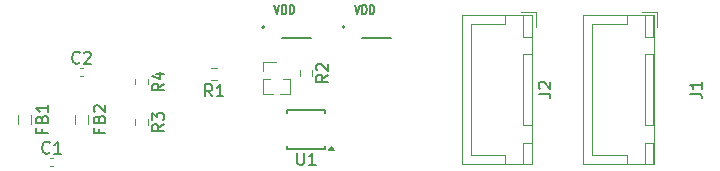
<source format=gbr>
%TF.GenerationSoftware,KiCad,Pcbnew,8.0.1*%
%TF.CreationDate,2024-03-19T15:30:12+01:00*%
%TF.ProjectId,lang1,6c616e67-312e-46b6-9963-61645f706362,rev?*%
%TF.SameCoordinates,Original*%
%TF.FileFunction,Legend,Top*%
%TF.FilePolarity,Positive*%
%FSLAX46Y46*%
G04 Gerber Fmt 4.6, Leading zero omitted, Abs format (unit mm)*
G04 Created by KiCad (PCBNEW 8.0.1) date 2024-03-19 15:30:12*
%MOMM*%
%LPD*%
G01*
G04 APERTURE LIST*
%ADD10C,0.150000*%
%ADD11C,0.120000*%
%ADD12C,0.127000*%
%ADD13C,0.200000*%
G04 APERTURE END LIST*
D10*
X108161009Y-63095833D02*
X108161009Y-63429166D01*
X108684819Y-63429166D02*
X107684819Y-63429166D01*
X107684819Y-63429166D02*
X107684819Y-62952976D01*
X108161009Y-62238690D02*
X108208628Y-62095833D01*
X108208628Y-62095833D02*
X108256247Y-62048214D01*
X108256247Y-62048214D02*
X108351485Y-62000595D01*
X108351485Y-62000595D02*
X108494342Y-62000595D01*
X108494342Y-62000595D02*
X108589580Y-62048214D01*
X108589580Y-62048214D02*
X108637200Y-62095833D01*
X108637200Y-62095833D02*
X108684819Y-62191071D01*
X108684819Y-62191071D02*
X108684819Y-62572023D01*
X108684819Y-62572023D02*
X107684819Y-62572023D01*
X107684819Y-62572023D02*
X107684819Y-62238690D01*
X107684819Y-62238690D02*
X107732438Y-62143452D01*
X107732438Y-62143452D02*
X107780057Y-62095833D01*
X107780057Y-62095833D02*
X107875295Y-62048214D01*
X107875295Y-62048214D02*
X107970533Y-62048214D01*
X107970533Y-62048214D02*
X108065771Y-62095833D01*
X108065771Y-62095833D02*
X108113390Y-62143452D01*
X108113390Y-62143452D02*
X108161009Y-62238690D01*
X108161009Y-62238690D02*
X108161009Y-62572023D01*
X108684819Y-61048214D02*
X108684819Y-61619642D01*
X108684819Y-61333928D02*
X107684819Y-61333928D01*
X107684819Y-61333928D02*
X107827676Y-61429166D01*
X107827676Y-61429166D02*
X107922914Y-61524404D01*
X107922914Y-61524404D02*
X107970533Y-61619642D01*
X134644667Y-52535895D02*
X134858000Y-53335895D01*
X134858000Y-53335895D02*
X135071334Y-52535895D01*
X135284666Y-53335895D02*
X135284666Y-52535895D01*
X135284666Y-52535895D02*
X135437047Y-52535895D01*
X135437047Y-52535895D02*
X135528476Y-52573990D01*
X135528476Y-52573990D02*
X135589428Y-52650180D01*
X135589428Y-52650180D02*
X135619905Y-52726371D01*
X135619905Y-52726371D02*
X135650381Y-52878752D01*
X135650381Y-52878752D02*
X135650381Y-52993038D01*
X135650381Y-52993038D02*
X135619905Y-53145419D01*
X135619905Y-53145419D02*
X135589428Y-53221609D01*
X135589428Y-53221609D02*
X135528476Y-53297800D01*
X135528476Y-53297800D02*
X135437047Y-53335895D01*
X135437047Y-53335895D02*
X135284666Y-53335895D01*
X135924666Y-53335895D02*
X135924666Y-52535895D01*
X135924666Y-52535895D02*
X136077047Y-52535895D01*
X136077047Y-52535895D02*
X136168476Y-52573990D01*
X136168476Y-52573990D02*
X136229428Y-52650180D01*
X136229428Y-52650180D02*
X136259905Y-52726371D01*
X136259905Y-52726371D02*
X136290381Y-52878752D01*
X136290381Y-52878752D02*
X136290381Y-52993038D01*
X136290381Y-52993038D02*
X136259905Y-53145419D01*
X136259905Y-53145419D02*
X136229428Y-53221609D01*
X136229428Y-53221609D02*
X136168476Y-53297800D01*
X136168476Y-53297800D02*
X136077047Y-53335895D01*
X136077047Y-53335895D02*
X135924666Y-53335895D01*
X132377304Y-58487345D02*
X131901113Y-58820678D01*
X132377304Y-59058773D02*
X131377304Y-59058773D01*
X131377304Y-59058773D02*
X131377304Y-58677821D01*
X131377304Y-58677821D02*
X131424923Y-58582583D01*
X131424923Y-58582583D02*
X131472542Y-58534964D01*
X131472542Y-58534964D02*
X131567780Y-58487345D01*
X131567780Y-58487345D02*
X131710637Y-58487345D01*
X131710637Y-58487345D02*
X131805875Y-58534964D01*
X131805875Y-58534964D02*
X131853494Y-58582583D01*
X131853494Y-58582583D02*
X131901113Y-58677821D01*
X131901113Y-58677821D02*
X131901113Y-59058773D01*
X131472542Y-58106392D02*
X131424923Y-58058773D01*
X131424923Y-58058773D02*
X131377304Y-57963535D01*
X131377304Y-57963535D02*
X131377304Y-57725440D01*
X131377304Y-57725440D02*
X131424923Y-57630202D01*
X131424923Y-57630202D02*
X131472542Y-57582583D01*
X131472542Y-57582583D02*
X131567780Y-57534964D01*
X131567780Y-57534964D02*
X131663018Y-57534964D01*
X131663018Y-57534964D02*
X131805875Y-57582583D01*
X131805875Y-57582583D02*
X132377304Y-58154011D01*
X132377304Y-58154011D02*
X132377304Y-57534964D01*
X111353333Y-57444580D02*
X111305714Y-57492200D01*
X111305714Y-57492200D02*
X111162857Y-57539819D01*
X111162857Y-57539819D02*
X111067619Y-57539819D01*
X111067619Y-57539819D02*
X110924762Y-57492200D01*
X110924762Y-57492200D02*
X110829524Y-57396961D01*
X110829524Y-57396961D02*
X110781905Y-57301723D01*
X110781905Y-57301723D02*
X110734286Y-57111247D01*
X110734286Y-57111247D02*
X110734286Y-56968390D01*
X110734286Y-56968390D02*
X110781905Y-56777914D01*
X110781905Y-56777914D02*
X110829524Y-56682676D01*
X110829524Y-56682676D02*
X110924762Y-56587438D01*
X110924762Y-56587438D02*
X111067619Y-56539819D01*
X111067619Y-56539819D02*
X111162857Y-56539819D01*
X111162857Y-56539819D02*
X111305714Y-56587438D01*
X111305714Y-56587438D02*
X111353333Y-56635057D01*
X111734286Y-56635057D02*
X111781905Y-56587438D01*
X111781905Y-56587438D02*
X111877143Y-56539819D01*
X111877143Y-56539819D02*
X112115238Y-56539819D01*
X112115238Y-56539819D02*
X112210476Y-56587438D01*
X112210476Y-56587438D02*
X112258095Y-56635057D01*
X112258095Y-56635057D02*
X112305714Y-56730295D01*
X112305714Y-56730295D02*
X112305714Y-56825533D01*
X112305714Y-56825533D02*
X112258095Y-56968390D01*
X112258095Y-56968390D02*
X111686667Y-57539819D01*
X111686667Y-57539819D02*
X112305714Y-57539819D01*
X113001009Y-63095833D02*
X113001009Y-63429166D01*
X113524819Y-63429166D02*
X112524819Y-63429166D01*
X112524819Y-63429166D02*
X112524819Y-62952976D01*
X113001009Y-62238690D02*
X113048628Y-62095833D01*
X113048628Y-62095833D02*
X113096247Y-62048214D01*
X113096247Y-62048214D02*
X113191485Y-62000595D01*
X113191485Y-62000595D02*
X113334342Y-62000595D01*
X113334342Y-62000595D02*
X113429580Y-62048214D01*
X113429580Y-62048214D02*
X113477200Y-62095833D01*
X113477200Y-62095833D02*
X113524819Y-62191071D01*
X113524819Y-62191071D02*
X113524819Y-62572023D01*
X113524819Y-62572023D02*
X112524819Y-62572023D01*
X112524819Y-62572023D02*
X112524819Y-62238690D01*
X112524819Y-62238690D02*
X112572438Y-62143452D01*
X112572438Y-62143452D02*
X112620057Y-62095833D01*
X112620057Y-62095833D02*
X112715295Y-62048214D01*
X112715295Y-62048214D02*
X112810533Y-62048214D01*
X112810533Y-62048214D02*
X112905771Y-62095833D01*
X112905771Y-62095833D02*
X112953390Y-62143452D01*
X112953390Y-62143452D02*
X113001009Y-62238690D01*
X113001009Y-62238690D02*
X113001009Y-62572023D01*
X112620057Y-61619642D02*
X112572438Y-61572023D01*
X112572438Y-61572023D02*
X112524819Y-61476785D01*
X112524819Y-61476785D02*
X112524819Y-61238690D01*
X112524819Y-61238690D02*
X112572438Y-61143452D01*
X112572438Y-61143452D02*
X112620057Y-61095833D01*
X112620057Y-61095833D02*
X112715295Y-61048214D01*
X112715295Y-61048214D02*
X112810533Y-61048214D01*
X112810533Y-61048214D02*
X112953390Y-61095833D01*
X112953390Y-61095833D02*
X113524819Y-61667261D01*
X113524819Y-61667261D02*
X113524819Y-61048214D01*
X129778095Y-65114819D02*
X129778095Y-65924342D01*
X129778095Y-65924342D02*
X129825714Y-66019580D01*
X129825714Y-66019580D02*
X129873333Y-66067200D01*
X129873333Y-66067200D02*
X129968571Y-66114819D01*
X129968571Y-66114819D02*
X130159047Y-66114819D01*
X130159047Y-66114819D02*
X130254285Y-66067200D01*
X130254285Y-66067200D02*
X130301904Y-66019580D01*
X130301904Y-66019580D02*
X130349523Y-65924342D01*
X130349523Y-65924342D02*
X130349523Y-65114819D01*
X131349523Y-66114819D02*
X130778095Y-66114819D01*
X131063809Y-66114819D02*
X131063809Y-65114819D01*
X131063809Y-65114819D02*
X130968571Y-65257676D01*
X130968571Y-65257676D02*
X130873333Y-65352914D01*
X130873333Y-65352914D02*
X130778095Y-65400533D01*
X122578333Y-60304819D02*
X122245000Y-59828628D01*
X122006905Y-60304819D02*
X122006905Y-59304819D01*
X122006905Y-59304819D02*
X122387857Y-59304819D01*
X122387857Y-59304819D02*
X122483095Y-59352438D01*
X122483095Y-59352438D02*
X122530714Y-59400057D01*
X122530714Y-59400057D02*
X122578333Y-59495295D01*
X122578333Y-59495295D02*
X122578333Y-59638152D01*
X122578333Y-59638152D02*
X122530714Y-59733390D01*
X122530714Y-59733390D02*
X122483095Y-59781009D01*
X122483095Y-59781009D02*
X122387857Y-59828628D01*
X122387857Y-59828628D02*
X122006905Y-59828628D01*
X123530714Y-60304819D02*
X122959286Y-60304819D01*
X123245000Y-60304819D02*
X123245000Y-59304819D01*
X123245000Y-59304819D02*
X123149762Y-59447676D01*
X123149762Y-59447676D02*
X123054524Y-59542914D01*
X123054524Y-59542914D02*
X122959286Y-59590533D01*
X108813333Y-65064580D02*
X108765714Y-65112200D01*
X108765714Y-65112200D02*
X108622857Y-65159819D01*
X108622857Y-65159819D02*
X108527619Y-65159819D01*
X108527619Y-65159819D02*
X108384762Y-65112200D01*
X108384762Y-65112200D02*
X108289524Y-65016961D01*
X108289524Y-65016961D02*
X108241905Y-64921723D01*
X108241905Y-64921723D02*
X108194286Y-64731247D01*
X108194286Y-64731247D02*
X108194286Y-64588390D01*
X108194286Y-64588390D02*
X108241905Y-64397914D01*
X108241905Y-64397914D02*
X108289524Y-64302676D01*
X108289524Y-64302676D02*
X108384762Y-64207438D01*
X108384762Y-64207438D02*
X108527619Y-64159819D01*
X108527619Y-64159819D02*
X108622857Y-64159819D01*
X108622857Y-64159819D02*
X108765714Y-64207438D01*
X108765714Y-64207438D02*
X108813333Y-64255057D01*
X109765714Y-65159819D02*
X109194286Y-65159819D01*
X109480000Y-65159819D02*
X109480000Y-64159819D01*
X109480000Y-64159819D02*
X109384762Y-64302676D01*
X109384762Y-64302676D02*
X109289524Y-64397914D01*
X109289524Y-64397914D02*
X109194286Y-64445533D01*
X118484819Y-62666666D02*
X118008628Y-62999999D01*
X118484819Y-63238094D02*
X117484819Y-63238094D01*
X117484819Y-63238094D02*
X117484819Y-62857142D01*
X117484819Y-62857142D02*
X117532438Y-62761904D01*
X117532438Y-62761904D02*
X117580057Y-62714285D01*
X117580057Y-62714285D02*
X117675295Y-62666666D01*
X117675295Y-62666666D02*
X117818152Y-62666666D01*
X117818152Y-62666666D02*
X117913390Y-62714285D01*
X117913390Y-62714285D02*
X117961009Y-62761904D01*
X117961009Y-62761904D02*
X118008628Y-62857142D01*
X118008628Y-62857142D02*
X118008628Y-63238094D01*
X117484819Y-62333332D02*
X117484819Y-61714285D01*
X117484819Y-61714285D02*
X117865771Y-62047618D01*
X117865771Y-62047618D02*
X117865771Y-61904761D01*
X117865771Y-61904761D02*
X117913390Y-61809523D01*
X117913390Y-61809523D02*
X117961009Y-61761904D01*
X117961009Y-61761904D02*
X118056247Y-61714285D01*
X118056247Y-61714285D02*
X118294342Y-61714285D01*
X118294342Y-61714285D02*
X118389580Y-61761904D01*
X118389580Y-61761904D02*
X118437200Y-61809523D01*
X118437200Y-61809523D02*
X118484819Y-61904761D01*
X118484819Y-61904761D02*
X118484819Y-62190475D01*
X118484819Y-62190475D02*
X118437200Y-62285713D01*
X118437200Y-62285713D02*
X118389580Y-62333332D01*
X150204819Y-60083333D02*
X150919104Y-60083333D01*
X150919104Y-60083333D02*
X151061961Y-60130952D01*
X151061961Y-60130952D02*
X151157200Y-60226190D01*
X151157200Y-60226190D02*
X151204819Y-60369047D01*
X151204819Y-60369047D02*
X151204819Y-60464285D01*
X150300057Y-59654761D02*
X150252438Y-59607142D01*
X150252438Y-59607142D02*
X150204819Y-59511904D01*
X150204819Y-59511904D02*
X150204819Y-59273809D01*
X150204819Y-59273809D02*
X150252438Y-59178571D01*
X150252438Y-59178571D02*
X150300057Y-59130952D01*
X150300057Y-59130952D02*
X150395295Y-59083333D01*
X150395295Y-59083333D02*
X150490533Y-59083333D01*
X150490533Y-59083333D02*
X150633390Y-59130952D01*
X150633390Y-59130952D02*
X151204819Y-59702380D01*
X151204819Y-59702380D02*
X151204819Y-59083333D01*
X127844667Y-52535895D02*
X128058000Y-53335895D01*
X128058000Y-53335895D02*
X128271334Y-52535895D01*
X128484666Y-53335895D02*
X128484666Y-52535895D01*
X128484666Y-52535895D02*
X128637047Y-52535895D01*
X128637047Y-52535895D02*
X128728476Y-52573990D01*
X128728476Y-52573990D02*
X128789428Y-52650180D01*
X128789428Y-52650180D02*
X128819905Y-52726371D01*
X128819905Y-52726371D02*
X128850381Y-52878752D01*
X128850381Y-52878752D02*
X128850381Y-52993038D01*
X128850381Y-52993038D02*
X128819905Y-53145419D01*
X128819905Y-53145419D02*
X128789428Y-53221609D01*
X128789428Y-53221609D02*
X128728476Y-53297800D01*
X128728476Y-53297800D02*
X128637047Y-53335895D01*
X128637047Y-53335895D02*
X128484666Y-53335895D01*
X129124666Y-53335895D02*
X129124666Y-52535895D01*
X129124666Y-52535895D02*
X129277047Y-52535895D01*
X129277047Y-52535895D02*
X129368476Y-52573990D01*
X129368476Y-52573990D02*
X129429428Y-52650180D01*
X129429428Y-52650180D02*
X129459905Y-52726371D01*
X129459905Y-52726371D02*
X129490381Y-52878752D01*
X129490381Y-52878752D02*
X129490381Y-52993038D01*
X129490381Y-52993038D02*
X129459905Y-53145419D01*
X129459905Y-53145419D02*
X129429428Y-53221609D01*
X129429428Y-53221609D02*
X129368476Y-53297800D01*
X129368476Y-53297800D02*
X129277047Y-53335895D01*
X129277047Y-53335895D02*
X129124666Y-53335895D01*
X118484819Y-59236666D02*
X118008628Y-59569999D01*
X118484819Y-59808094D02*
X117484819Y-59808094D01*
X117484819Y-59808094D02*
X117484819Y-59427142D01*
X117484819Y-59427142D02*
X117532438Y-59331904D01*
X117532438Y-59331904D02*
X117580057Y-59284285D01*
X117580057Y-59284285D02*
X117675295Y-59236666D01*
X117675295Y-59236666D02*
X117818152Y-59236666D01*
X117818152Y-59236666D02*
X117913390Y-59284285D01*
X117913390Y-59284285D02*
X117961009Y-59331904D01*
X117961009Y-59331904D02*
X118008628Y-59427142D01*
X118008628Y-59427142D02*
X118008628Y-59808094D01*
X117818152Y-58379523D02*
X118484819Y-58379523D01*
X117437200Y-58617618D02*
X118151485Y-58855713D01*
X118151485Y-58855713D02*
X118151485Y-58236666D01*
X163024589Y-60083333D02*
X163738874Y-60083333D01*
X163738874Y-60083333D02*
X163881731Y-60130952D01*
X163881731Y-60130952D02*
X163976970Y-60226190D01*
X163976970Y-60226190D02*
X164024589Y-60369047D01*
X164024589Y-60369047D02*
X164024589Y-60464285D01*
X164024589Y-59083333D02*
X164024589Y-59654761D01*
X164024589Y-59369047D02*
X163024589Y-59369047D01*
X163024589Y-59369047D02*
X163167446Y-59464285D01*
X163167446Y-59464285D02*
X163262684Y-59559523D01*
X163262684Y-59559523D02*
X163310303Y-59654761D01*
D11*
%TO.C,FB1*%
X106120000Y-61862878D02*
X106120000Y-62662122D01*
X107240000Y-61862878D02*
X107240000Y-62662122D01*
D12*
%TO.C,VDD*%
X135248000Y-55400000D02*
X137748000Y-55400000D01*
D13*
X133783000Y-54449500D02*
G75*
G02*
X133583000Y-54449500I-100000J0D01*
G01*
X133583000Y-54449500D02*
G75*
G02*
X133783000Y-54449500I100000J0D01*
G01*
D11*
%TO.C,R2*%
X129969985Y-58083421D02*
X129969985Y-58557937D01*
X131014985Y-58083421D02*
X131014985Y-58557937D01*
%TO.C,C2*%
X111412164Y-57885000D02*
X111627836Y-57885000D01*
X111412164Y-58605000D02*
X111627836Y-58605000D01*
%TO.C,FB2*%
X110960000Y-61862878D02*
X110960000Y-62662122D01*
X112080000Y-61862878D02*
X112080000Y-62662122D01*
D10*
%TO.C,U1*%
X128915000Y-61485000D02*
X128915000Y-61710000D01*
X128915000Y-64735000D02*
X128915000Y-64510000D01*
X132165000Y-61485000D02*
X128915000Y-61485000D01*
X132165000Y-61485000D02*
X132165000Y-61710000D01*
X132165000Y-64735000D02*
X128915000Y-64735000D01*
X132165000Y-64735000D02*
X132165000Y-64510000D01*
D11*
X132880000Y-64840000D02*
X132400000Y-64840000D01*
X132640000Y-64510000D01*
X132880000Y-64840000D01*
G36*
X132880000Y-64840000D02*
G01*
X132400000Y-64840000D01*
X132640000Y-64510000D01*
X132880000Y-64840000D01*
G37*
%TO.C,R1*%
X122982258Y-57897500D02*
X122507742Y-57897500D01*
X122982258Y-58942500D02*
X122507742Y-58942500D01*
%TO.C,C1*%
X108872164Y-65505000D02*
X109087836Y-65505000D01*
X108872164Y-66225000D02*
X109087836Y-66225000D01*
%TO.C,R3*%
X116077500Y-62262742D02*
X116077500Y-62737258D01*
X117122500Y-62262742D02*
X117122500Y-62737258D01*
%TO.C,J2*%
X143690000Y-53440000D02*
X143690000Y-66060000D01*
X143690000Y-66060000D02*
X149660000Y-66060000D01*
X144450000Y-54200000D02*
X144450000Y-59750000D01*
X144450000Y-65300000D02*
X144450000Y-59750000D01*
X147400000Y-53450000D02*
X147400000Y-54200000D01*
X147400000Y-54200000D02*
X144450000Y-54200000D01*
X147400000Y-65300000D02*
X144450000Y-65300000D01*
X147400000Y-66050000D02*
X147400000Y-65300000D01*
X148900000Y-53450000D02*
X148900000Y-55250000D01*
X148900000Y-55250000D02*
X149650000Y-55250000D01*
X148900000Y-56750000D02*
X148900000Y-62750000D01*
X148900000Y-62750000D02*
X149650000Y-62750000D01*
X148900000Y-64250000D02*
X148900000Y-66050000D01*
X148900000Y-66050000D02*
X149650000Y-66050000D01*
X149650000Y-53450000D02*
X148900000Y-53450000D01*
X149650000Y-55250000D02*
X149650000Y-53450000D01*
X149650000Y-56750000D02*
X148900000Y-56750000D01*
X149650000Y-62750000D02*
X149650000Y-56750000D01*
X149650000Y-64250000D02*
X148900000Y-64250000D01*
X149650000Y-66050000D02*
X149650000Y-64250000D01*
X149660000Y-53440000D02*
X143690000Y-53440000D01*
X149660000Y-66060000D02*
X149660000Y-53440000D01*
X149950000Y-53150000D02*
X148700000Y-53150000D01*
X149950000Y-54400000D02*
X149950000Y-53150000D01*
%TO.C,J3*%
X126902047Y-57363422D02*
X128012047Y-57363422D01*
X126902047Y-58123422D02*
X126902047Y-57363422D01*
X126902047Y-58883422D02*
X126902047Y-60088422D01*
X126902047Y-58883422D02*
X127448576Y-58883422D01*
X126902047Y-60088422D02*
X127704517Y-60088422D01*
X128319577Y-60088422D02*
X129122047Y-60088422D01*
X128575518Y-58883422D02*
X129122047Y-58883422D01*
X129122047Y-58883422D02*
X129122047Y-60088422D01*
D12*
%TO.C,VDD*%
X128448000Y-55400000D02*
X130948000Y-55400000D01*
D13*
X126983000Y-54449500D02*
G75*
G02*
X126783000Y-54449500I-100000J0D01*
G01*
X126783000Y-54449500D02*
G75*
G02*
X126983000Y-54449500I100000J0D01*
G01*
D11*
%TO.C,R4*%
X116077500Y-58832742D02*
X116077500Y-59307258D01*
X117122500Y-58832742D02*
X117122500Y-59307258D01*
%TO.C,J1*%
X153970000Y-53440000D02*
X153970000Y-66060000D01*
X153970000Y-66060000D02*
X159940000Y-66060000D01*
X154730000Y-54200000D02*
X154730000Y-59750000D01*
X154730000Y-65300000D02*
X154730000Y-59750000D01*
X157680000Y-53450000D02*
X157680000Y-54200000D01*
X157680000Y-54200000D02*
X154730000Y-54200000D01*
X157680000Y-65300000D02*
X154730000Y-65300000D01*
X157680000Y-66050000D02*
X157680000Y-65300000D01*
X159180000Y-53450000D02*
X159180000Y-55250000D01*
X159180000Y-55250000D02*
X159930000Y-55250000D01*
X159180000Y-56750000D02*
X159180000Y-62750000D01*
X159180000Y-62750000D02*
X159930000Y-62750000D01*
X159180000Y-64250000D02*
X159180000Y-66050000D01*
X159180000Y-66050000D02*
X159930000Y-66050000D01*
X159930000Y-53450000D02*
X159180000Y-53450000D01*
X159930000Y-55250000D02*
X159930000Y-53450000D01*
X159930000Y-56750000D02*
X159180000Y-56750000D01*
X159930000Y-62750000D02*
X159930000Y-56750000D01*
X159930000Y-64250000D02*
X159180000Y-64250000D01*
X159930000Y-66050000D02*
X159930000Y-64250000D01*
X159940000Y-53440000D02*
X153970000Y-53440000D01*
X159940000Y-66060000D02*
X159940000Y-53440000D01*
X160230000Y-53150000D02*
X158980000Y-53150000D01*
X160230000Y-54400000D02*
X160230000Y-53150000D01*
%TD*%
M02*

</source>
